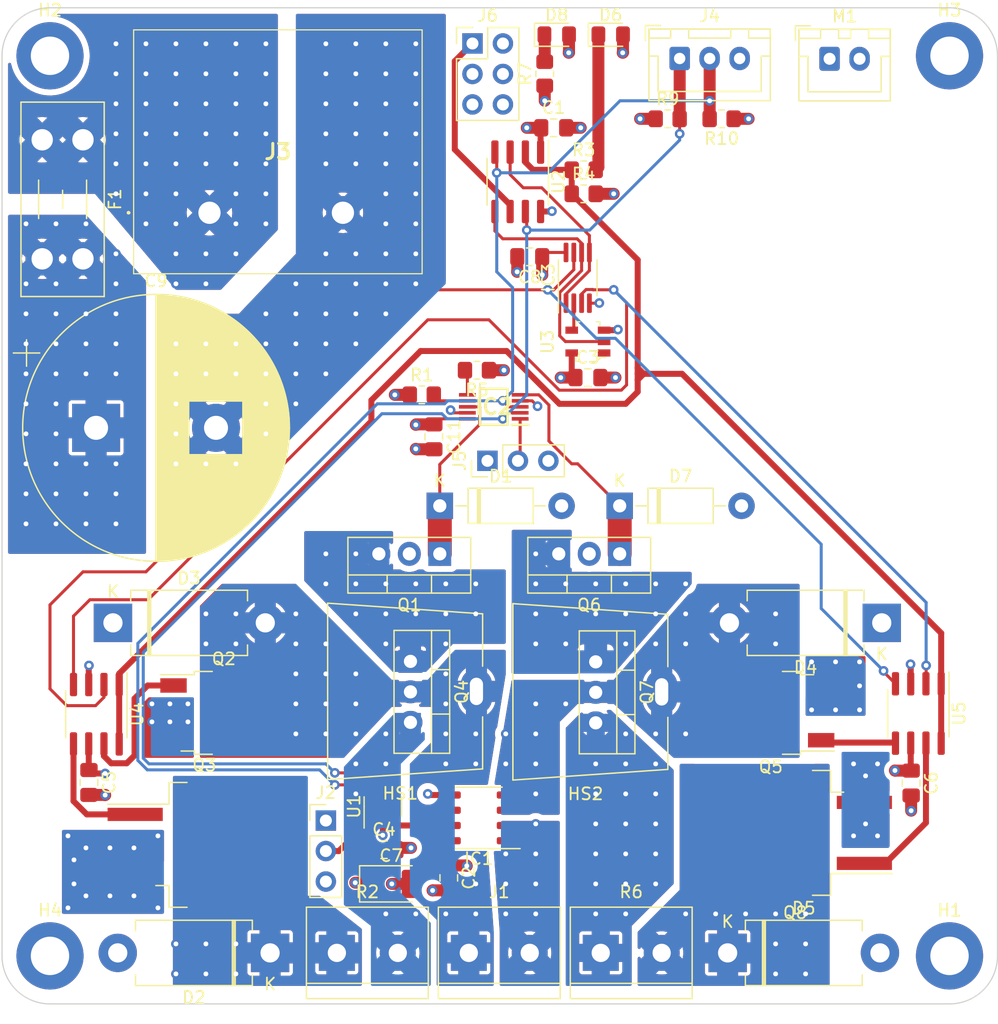
<source format=kicad_pcb>
(kicad_pcb (version 20211014) (generator pcbnew)
  (layers (0 "F.Cu" signal) (1 "In1.Cu" signal) (2 "In2.Cu" signal) (3 "In3.Cu" signal) (4 "In4.Cu" signal) (31 "B.Cu" signal) (34 "B.Paste" user) (35 "F.Paste" user) (36 "B.SilkS" user "B.Silkscreen") (37 "F.SilkS" user "F.Silkscreen") (38 "B.Mask" user) (39 "F.Mask" user) (44 "Edge.Cuts" user))
  (net 0 "")
  (net 1 "+5V")
  (net 2 "GND")
  (net 3 "RHEO1_OUT")
  (net 4 "Net-(D2-Pad1)")
  (net 5 "Net-(D3-Pad2)")
  (net 6 "Net-(D4-Pad2)")
  (net 7 "Net-(D5-Pad1)")
  (net 8 "Net-(D6-Pad1)")
  (net 9 "RHEO2_OUT")
  (net 10 "Net-(F1-Pad1)")
  (net 15 "Net-(IC1-Pad1)")
  (net 17 "Net-(IC1-Pad7)")
  (net 18 "Net-(IC2-Pad1)")
  (net 19 "SCL")
  (net 20 "SDA")
  (net 21 "RHEO2_IN")
  (net 22 "RHEO1_IN")
  (net 23 "PWM1")
  (net 24 "Net-(IC3-Pad2)")
  (net 25 "DIR2")
  (net 26 "PWM2")
  (net 27 "DIR1")
  (net 28 "Net-(J2-Pad2)")
  (net 29 "UPDI")
  (net 33 "Net-(Q1-Pad3)")
  (net 34 "FET1")
  (net 35 "FET3")
  (net 36 "Net-(Q4-Pad3)")
  (net 37 "FET2")
  (net 38 "Net-(Q6-Pad3)")
  (net 39 "Net-(Q7-Pad3)")
  (net 40 "FET4")
  (net 41 "ENABLE")
  (net 43 "Net-(D8-Pad1)")
  (footprint "Diode_THT:D_DO-201AD_P12.70mm_Horizontal" (layer "F.Cu") (at 85.35 125.75 180)
    (fp_text reference "D2")
    (fp_text value "SB2060")
  )
  (footprint "8PCV-02-006:8PCV02006" (layer "F.Cu") (at 80.298 64.08 180)
    (fp_text reference "J3")
    (fp_text value "Conn_01x02" hide)
  )
  (footprint "Package_TO_SOT_THT:TO-220-3_Vertical" (layer "F.Cu") (at 99.5 92.5 180)
    (fp_text reference "Q1")
    (fp_text value "TIP122")
  )
  (footprint "MountingHole:MountingHole_3.2mm_M3_DIN965_Pad" (layer "F.Cu") (at 142 126)
    (fp_text reference "H1")
    (fp_text value "MH")
  )
  (footprint "Capacitor_SMD:C_0805_2012Metric_Pad1.18x1.45mm_HandSolder" (layer "F.Cu") (at 94.85 117.15)
    (fp_text reference "C4")
    (fp_text value "0.1 uF")
  )
  (footprint "MountingHole:MountingHole_3.2mm_M3_DIN965_Pad" (layer "F.Cu") (at 142 51)
    (fp_text reference "H3")
    (fp_text value "MH")
  )
  (footprint "Capacitor_SMD:C_0805_2012Metric_Pad1.18x1.45mm_HandSolder" (layer "F.Cu") (at 99 82.75 -90)
    (fp_text reference "C11")
    (fp_text value "0.1 uF")
  )
  (footprint "Diode_THT:D_DO-201AD_P12.70mm_Horizontal" (layer "F.Cu") (at 72.25 98.25)
    (fp_text reference "D3")
    (fp_text value "SB2060")
  )
  (footprint "Package_TO_SOT_SMD:TO-252-2" (layer "F.Cu") (at 81.5 105.75)
    (fp_text reference "Q2")
    (fp_text value "IPD042P03L3GATMA1")
  )
  (footprint "Diode_THT:D_DO-201AD_P12.70mm_Horizontal" (layer "F.Cu") (at 136.35 98.25 180)
    (fp_text reference "D4")
    (fp_text value "SB2060")
  )
  (footprint "Package_SO:SOIC-8_3.9x4.9mm_P1.27mm" (layer "F.Cu") (at 70.865 105.865 -90)
    (fp_text reference "U4")
    (fp_text value "FAN3268TMX")
  )
  (footprint "digikey-footprints:SOT-753" (layer "F.Cu") (at 111.85 74.8125 90)
    (fp_text reference "U3")
    (fp_text value "SN74LVC1G04DBVR")
  )
  (footprint "Package_SO:SOIC-8_3.9x4.9mm_P1.27mm" (layer "F.Cu") (at 102.75 114.5 180)
    (fp_text reference "IC1")
    (fp_text value "TMCS1107A1BQDRQ1")
  )
  (footprint "MCP4642-502E_UN:SOP50P490X110-10N" (layer "F.Cu") (at 104 80.25 180)
    (fp_text reference "IC2")
    (fp_text value "MCP4642-502E_UN" hide)
  )
  (footprint "Connector_PinHeader_2.54mm:PinHeader_1x03_P2.54mm_Vertical" (layer "F.Cu") (at 90 114.725)
    (fp_text reference "J2")
    (fp_text value "Conn_01x03")
  )
  (footprint "Diode_THT:D_DO-41_SOD81_P10.16mm_Horizontal" (layer "F.Cu") (at 114.5 88.5)
    (fp_text reference "D7")
    (fp_text value "1N4732A")
  )
  (footprint "MountingHole:MountingHole_3.2mm_M3_DIN965_Pad" (layer "F.Cu") (at 67 51)
    (fp_text reference "H2")
    (fp_text value "MH")
  )
  (footprint "Capacitor_SMD:C_0805_2012Metric_Pad1.18x1.45mm_HandSolder" (layer "F.Cu") (at 100.25 119.5 -90)
    (fp_text reference "C2")
    (fp_text value "0.1 uF")
  )
  (footprint "Package_SO:SOIC-8_3.9x4.9mm_P1.27mm" (layer "F.Cu") (at 106 61.5 -90)
    (fp_text reference "U2")
    (fp_text value "ATtiny412-SS")
  )
  (footprint "LED_SMD:LED_0805_2012Metric_Pad1.15x1.40mm_HandSolder" (layer "F.Cu") (at 113.75 49.25)
    (fp_text reference "D6")
    (fp_text value "LED")
  )
  (footprint "Capacitor_SMD:C_0805_2012Metric_Pad1.18x1.45mm_HandSolder" (layer "F.Cu") (at 107 67.75 180)
    (fp_text reference "C8")
    (fp_text value "0.1 uF")
  )
  (footprint "Package_SO:SOIC-8_3.9x4.9mm_P1.27mm" (layer "F.Cu") (at 139.4 105.8 -90)
    (fp_text reference "U5")
    (fp_text value "FAN3268TMX")
  )
  (footprint "Fuse:Fuseholder_Blade_Mini_Keystone_3568" (layer "F.Cu") (at 69.75 58 -90)
    (fp_text reference "F1")
    (fp_text value "20A")
  )
  (footprint "Package_TO_SOT_THT:TO-220-3_Vertical" (layer "F.Cu") (at 112.500002 101.5 -90)
    (fp_text reference "Q7")
    (fp_text value "D44VH")
  )
  (footprint "Capacitor_SMD:C_0805_2012Metric_Pad1.18x1.45mm_HandSolder" (layer "F.Cu") (at 70.25 111.55 -90)
    (fp_text reference "C5")
    (fp_text value "0.1 uF")
  )
  (footprint "Package_TO_SOT_SMD:SOT-23-6" (layer "F.Cu") (at 94.75 113.55 90)
    (fp_text reference "U1")
    (fp_text value "ADC101C021CIMK")
  )
  (footprint "Resistor_SMD:R_0805_2012Metric_Pad1.20x1.40mm_HandSolder" (layer "F.Cu") (at 111.5 60.5)
    (fp_text reference "R3")
    (fp_text value "1K Ohm")
  )
  (footprint "Resistor_SMD:R_0805_2012Metric_Pad1.20x1.40mm_HandSolder" (layer "F.Cu") (at 118.5 56.25)
    (fp_text reference "R9")
    (fp_text value "4.7K")
  )
  (footprint "Capacitor_SMD:C_0805_2012Metric_Pad1.18x1.45mm_HandSolder" (layer "F.Cu") (at 111.85 77.8125)
    (fp_text reference "C3")
    (fp_text value "0.1 uF")
  )
  (footprint "Resistor_SMD:R_0805_2012Metric_Pad1.20x1.40mm_HandSolder" (layer "F.Cu") (at 111.5 62.5)
    (fp_text reference "R4")
    (fp_text value "10K")
  )
  (footprint "Resistor_SMD:R_0805_2012Metric_Pad1.20x1.40mm_HandSolder" (layer "F.Cu") (at 98 79.25)
    (fp_text reference "R1")
    (fp_text value "1K Ohm")
  )
  (footprint "Package_TO_SOT_SMD:TO-252-2" (layer "F.Cu") (at 127.1 105.75 180)
    (fp_text reference "Q5")
    (fp_text value "IPD042P03L3GATMA1")
  )
  (footprint "Resistor_SMD:R_0805_2012Metric_Pad1.20x1.40mm_HandSolder" (layer "F.Cu") (at 123 56.25 180)
    (fp_text reference "R10")
    (fp_text value "4.7K")
  )
  (footprint "TerminalBlock:TerminalBlock_bornier-2_P5.08mm" (layer "F.Cu") (at 101.92 125.75)
    (fp_text reference "J1")
    (fp_text value "COIL")
  )
  (footprint "Connector_JST:JST_XH_B3B-XH-A_1x03_P2.50mm_Vertical" (layer "F.Cu") (at 119.5 51.225)
    (fp_text reference "J4")
    (fp_text value "Conn_01x03")
  )
  (footprint "Package_TO_SOT_THT:TO-220-3_Vertical" (layer "F.Cu") (at 97.055 101.46 -90)
    (fp_text reference "Q4")
    (fp_text value "D44VH")
  )
  (footprint "MountingHole:MountingHole_3.2mm_M3_DIN965_Pad" (layer "F.Cu") (at 67 126)
    (fp_text reference "H4")
    (fp_text value "MH")
  )
  (footprint "Package_TO_SOT_SMD:TO-263-2" (layer "F.Cu") (at 129.125 115.75 180)
    (fp_text reference "Q8")
    (fp_text value "IRL1404ZSTRLPBF")
  )
  (footprint "Capacitor_Tantalum_SMD:CP_EIA-3528-21_Kemet-B_Pad1.50x2.35mm_HandSolder" (layer "F.Cu") (at 95.45 120)
    (fp_text reference "C7")
    (fp_text value "4.7 uF")
  )
  (footprint "Connector_JST:JST_XH_B2B-XH-A_1x02_P2.50mm_Vertical" (layer "F.Cu") (at 132 51.25)
    (fp_text reference "M1")
    (fp_text value "Fan")
  )
  (footprint "Connector_PinHeader_2.54mm:PinHeader_1x03_P2.54mm_Vertical" (layer "F.Cu") (at 103.475 84.75 90)
    (fp_text reference "J5")
    (fp_text value "Conn_01x03")
  )
  (footprint "Diode_THT:D_DO-201AD_P12.70mm_Horizontal" (layer "F.Cu") (at 123.5 125.75)
    (fp_text reference "D5")
    (fp_text value "SB2060")
  )
  (footprint "Package_TO_SOT_THT:TO-220-3_Vertical" (layer "F.Cu") (at 114.5 92.5 180)
    (fp_text reference "Q6")
    (fp_text value "TIP122")
  )
  (footprint "Resistor_SMD:R_0805_2012Metric_Pad1.20x1.40mm_HandSolder" (layer "F.Cu") (at 108.25 52.5 90)
    (fp_text reference "R7")
    (fp_text value "1K Ohm")
  )
  (footprint "Heatsink:Heatsink_AAVID_576802B03900G" (layer "F.Cu") (at 118 104 180)
    (fp_text reference "HS2")
    (fp_text value "Heatsink")
  )
  (footprint "Diode_THT:D_DO-41_SOD81_P10.16mm_Horizontal" (layer "F.Cu") (at 99.5 88.5)
    (fp_text reference "D1")
    (fp_text value "1N4732A")
  )
  (footprint "Capacitor_SMD:C_0805_2012Metric_Pad1.18x1.45mm_HandSolder" (layer "F.Cu") (at 109 57)
    (fp_text reference "C1")
    (fp_text value "0.1 uF")
  )
  (footprint "Resistor_SMD:R_0805_2012Metric_Pad1.20x1.40mm_HandSolder" (layer "F.Cu") (at 102.6 77.2 180)
    (fp_text reference "R5")
    (fp_text value "1K Ohm")
  )
  (footprint "Package_TO_SOT_SMD:TO-263-2" (layer "F.Cu") (at 79.875 116.75)
    (fp_text reference "Q3")
    (fp_text value "IRL1404ZSTRLPBF")
  )
  (footprint "Package_SO:MSOP-8_3x3mm_P0.65mm" (layer "F.Cu") (at 111 69.5 90)
    (fp_text reference "IC3")
    (fp_text value "SN74LVC2G08IDCTRQ1")
  )
  (footprint "TerminalBlock:TerminalBlock_bornier-2_P5.08mm" (layer "F.Cu") (at 90.92 125.75)
    (fp_text reference "R2")
    (fp_text value "220 mOhm")
  )
  (footprint "Capacitor_THT:CP_Radial_D22.0mm_P10.00mm_SnapIn" (layer "F.Cu") (at 70.842169 82)
    (fp_text reference "C9")
    (fp_text value "10000 uF")
  )
  (footprint "TerminalBlock:TerminalBlock_bornier-2_P5.08mm" (layer "F.Cu") (at 112.92 125.75)
    (fp_text reference "R6")
    (fp_text value "220 mOhm")
  )
  (footprint "LED_SMD:LED_0805_2012Metric_Pad1.15x1.40mm_HandSolder" (layer "F.Cu") (at 109.25 49.25)
    (fp_text reference "D8")
    (fp_text value "LED")
  )
  (footprint "Heatsink:Heatsink_AAVID_576802B03900G" (layer "F.Cu") (at 102.554999 103.96 180)
    (fp_text reference "HS1")
    (fp_text value "Heatsink")
  )
  (footprint "Capacitor_SMD:C_0805_2012Metric_Pad1.18x1.45mm_HandSolder" (layer "F.Cu") (at 138.8 111.6 -90)
    (fp_text reference "C6")
    (fp_text value "0.1 uF")
  )
  (footprint "Connector_PinHeader_2.54mm:PinHeader_2x03_P2.54mm_Vertical" (layer "F.Cu") (at 102.225 49.975)
    (fp_text reference "J6")
    (fp_text value "Conn_02x03_Odd_Even")
  )
  (gr_arc (start 146 126) (mid 144.828427 128.828427) (end 142 130) (layer "Edge.Cuts") (width 0.1))
  (gr_arc (start 142 47) (mid 144.828427 48.171573) (end 146 51) (layer "Edge.Cuts") (width 0.1))
  (gr_arc (start 63 51) (mid 64.171573 48.171573) (end 67 47) (layer "Edge.Cuts") (width 0.1))
  (gr_arc (start 67 130) (mid 64.171573 128.828427) (end 63 126) (layer "Edge.Cuts") (width 0.1))
  (gr_line (start 67 47) (end 142 47) (layer "Edge.Cuts") (width 0.1))
  (gr_line (start 142 130) (end 67 130) (layer "Edge.Cuts") (width 0.1))
  (gr_line (start 63 126) (end 63 51) (layer "Edge.Cuts") (width 0.1))
  (gr_line (start 146 51) (end 146 126) (layer "Edge.Cuts") (width 0.1))
  (segment (start 93.725 119.9) (end 92.45 119.9) (width 1) (layer "F.Cu") (net 1))
  (segment (start 70.23 110.4925) (end 70.25 110.5125) (width 0.5) (layer "F.Cu") (net 1))
  (segment (start 93.8125 119.9875) (end 93.825 120) (width 1) (layer "F.Cu") (net 1))
  (segment (start 138.8 110.5625) (end 137.4625 110.5625) (width 1) (layer "F.Cu") (net 1))
  (segment (start 107.905 59.025) (end 107.905 57.0575) (width 0.5) (layer "F.Cu") (net 1))
  (segment (start 70.23 108.34) (end 70.23 110.4925) (width 0.5) (layer "F.Cu") (net 1))
  (segment (start 93.8 117.1375) (end 93.8125 117.15) (width 0.5) (layer "F.Cu") (net 1))
  (segment (start 110.5 77.5) (end 110.8125 77.8125) (width 0.5) (layer "F.Cu") (net 1))
  (segment (start 117.5 56.25) (end 116.2 56.25) (width 1) (layer "F.Cu") (net 1))
  (segment (start 95.75 79.25) (end 97 79.25) (width 1) (layer "F.Cu") (net 1))
  (segment (start 110.8125 77.8125) (end 109.5875 77.8125) (width 1) (layer "F.Cu") (net 1))
  (segment (start 101.7125 118.4625) (end 101.75 118.5) (width 1) (layer "F.Cu") (net 1))
  (segment (start 108.0375 69.2375) (end 108.0375 67.75) (width 1) (layer "F.Cu") (net 1))
  (segment (start 70.5375 110.8) (end 70.25 110.5125) (width 0.5) (layer "F.Cu") (net 1))
  (segment (start 103.6 77.2) (end 104.85 77.2) (width 1) (layer "F.Cu") (net 1))
  (segment (start 93.825 120) (end 93.725 119.9) (width 1) (layer "F.Cu") (net 1))
  (segment (start 124 56.25) (end 125.25 56.25) (width 1) (layer "F.Cu") (net 1))
  (segment (start 107.905 57.0575) (end 107.9625 57) (width 0.5) (layer "F.Cu") (net 1))
  (segment (start 110.025 67.3875) (end 108.4 67.3875) (width 0.25) (layer "F.Cu") (net 1))
  (segment (start 108.25 53.5) (end 108.25 54.75) (width 1) (layer "F.Cu") (net 1))
  (segment (start 108.05 69.25) (end 108.0375 69.2375) (width 1) (layer "F.Cu") (net 1))
  (segment (start 100.275 116.405) (end 100.275 118.4375) (width 0.5) (layer "F.Cu") (net 1))
  (segment (start 100.25 118.4625) (end 101.7125 118.4625) (width 1) (layer "F.Cu") (net 1))
  (segment (start 97.5375 81.7125) (end 97.5 81.75) (width 1) (layer "F.Cu") (net 1))
  (segment (start 99 81.7125) (end 97.5375 81.7125) (width 1) (layer "F.Cu") (net 1))
  (segment (start 101.8 81.25) (end 99.4625 81.25) (width 0.25) (layer "F.Cu") (net 1))
  (segment (start 71.6 110.8) (end 70.5375 110.8) (width 0.5) (layer "F.Cu") (net 1))
  (segment (start 109.5875 77.8125) (end 109.583363 77.816637) (width 1) (layer "F.Cu") (net 1))
  (segment (start 93.8125 117.15) (end 93.8125 119.9875) (width 1) (layer "F.Cu") (net 1))
  (segment (start 138.765 108.275) (end 138.765 110.5275) (width 0.5) (layer "F.Cu") (net 1))
  (segment (start 108.4 67.3875) (end 108.0375 67.75) (width 0.25) (layer "F.Cu") (net 1))
  (segment (start 93.8 114.6875) (end 93.8 117.1375) (width 0.5) (layer "F.Cu") (net 1))
  (segment (start 100.275 118.4375) (end 100.25 118.4625) (width 0.5) (layer "F.Cu") (net 1))
  (segment (start 110.5 75.7625) (end 110.5 77.5) (width 0.5) (layer "F.Cu") (net 1))
  (segment (start 138.765 110.5275) (end 138.8 110.5625) (width 0.5) (layer "F.Cu") (net 1))
  (segment (start 137.4625 110.5625) (end 137.45 110.55) (width 1) (layer "F.Cu") (net 1))
  (segment (start 107.9625 57) (end 106.75 57) (width 1) (layer "F.Cu") (net 1))
  (segment (start 99.4625 81.25) (end 99 81.7125) (width 0.25) (layer "F.Cu") (net 1))
  (via (at 106.75 57) (size 0.8) (drill 0.4) (layers "F.Cu" "B.Cu") (net 1))
  (via (at 67.5 75) (size 0.8) (drill 0.4) (layers "F.Cu" "B.Cu") (net 1))
  (via (at 95.75 79.25) (size 0.8) (drill 0.4) (layers "F.Cu" "B.Cu") (net 1))
  (via (at 134.5 103.5) (size 0.8) (drill 0.4) (layers "F.Cu" "B.Cu") (net 1))
  (via (at 65 65) (size 0.8) (drill 0.4) (layers "F.Cu" "B.Cu") (net 1))
  (via (at 72.5 85) (size 0.8) (drill 0.4) (layers "F.Cu" "B.Cu") (net 1))
  (via (at 132.5 101.5) (size 0.8) (drill 0.4) (layers "F.Cu" "B.Cu") (net 1))
  (via (at 67.5 87.5) (size 0.8) (drill 0.4) (layers "F.Cu" "B.Cu") (net 1))
  (via (at 75.5 106.5) (size 0.8) (drill 0.4) (layers "F.Cu" "B.Cu") (net 1))
  (via (at 137.45 110.55) (size 0.8) (drill 0.4) (layers "F.Cu" "B.Cu") (net 1))
  (via (at 75.5 105) (size 0.8) (drill 0.4) (layers "F.Cu" "B.Cu") (net 1))
  (via (at 70 77.5) (size 0.8) (drill 0.4) (layers "F.Cu" "B.Cu") (net 1))
  (via (at 130.5 101.5) (size 0.8) (drill 0.4) (layers "F.Cu" "B.Cu") (net 1))
  (via (at 65 85) (size 0.8) (drill 0.4) (layers "F.Cu" "B.Cu") (net 1))
  (via (at 108.25 54.75) (size 0.8) (drill 0.4) (layers "F.Cu" "B.Cu") (net 1))
  (via (at 65 77.5) (size 0.8) (drill 0.4) (layers "F.Cu" "B.Cu") (net 1))
  (via (at 77 105) (size 0.8) (drill 0.4) (layers "F.Cu" "B.Cu") (net 1))
  (via (at 65 80) (size 0.8) (drill 0.4) (layers "F.Cu" "B.Cu") (net 1))
  (via (at 130.5 105.5) (size 0.8) (drill 0.4) (layers "F.Cu" "B.Cu") (net 1))
  (via (at 70 72.5) (size 0.8) (drill 0.4) (layers "F.Cu" "B.Cu") (net 1))
  (via (at 70 65) (size 0.8) (drill 0.4) (layers "F.Cu" "B.Cu") (net 1))
  (via (at 67.5 90) (size 0.8) (drill 0.4) (layers "F.Cu" "B.Cu") (net 1))
  (via (at 125.25 56.25) (size 0.8) (drill 0.4) (layers "F.Cu" "B.Cu") (net 1))
  (via (at 70 90) (size 0.8) (drill 0.4) (layers "F.Cu" "B.Cu") (net 1))
  (via (at 72.5 70) (size 0.8) (drill 0.4) (layers "F.Cu" "B.Cu") (net 1))
  (via (at 72.5 72.5) (size 0.8) (drill 0.4) (layers "F.Cu" "B.Cu") (net 1))
  (via (at 72.5 67.5) (size 0.8) (drill 0.4) (layers "F.Cu" "B.Cu") (net 1))
  (via (at 65 75) (size 0.8) (drill 0.4) (layers "F.Cu" "B.Cu") (net 1))
  (via (at 65 70) (size 0.8) (drill 0.4) (layers "F.Cu" "B.Cu") (net 1))
  (via (at 67.5 70) (size 0.8) (drill 0.4) (layers "F.Cu" "B.Cu") (net 1))
  (via (at 72.5 90) (size 0.8) (drill 0.4) (layers "F.Cu" "B.Cu") (net 1))
  (via (at 71.6 110.8) (size 0.8) (drill 0.4) (layers "F.Cu" "B.Cu") (net 1))
  (via (at 92.45 119.9) (size 0.8) (drill 0.4) (layers "F.Cu" "B.Cu") (net 1))
  (via (at 67.5 85) (size 0.8) (drill 0.4) (layers "F.Cu" "B.Cu") (net 1))
  (via (at 78.5 105) (size 0.8) (drill 0.4) (layers "F.Cu" "B.Cu") (net 1))
  (via (at 104.85 77.2) (size 0.8) (drill 0.4) (layers "F.Cu" "B.Cu") (net 1))
  (via (at 109.583363 77.816637) (size 0.8) (drill 0.4) (layers "F.Cu" "B.Cu") (net 1))
  (via (at 116.2 56.25) (size 0.8) (drill 0.4) (layers "F.Cu" "B.Cu") (net 1))
  (via (at 97.5 81.75) (size 0.8) (drill 0.4) (layers "F.Cu" "B.Cu") (net 1))
  (via (at 65 82.5) (size 0.8) (drill 0.4) (layers "F.Cu" "B.Cu") (net 1))
  (via (at 65 87.5) (size 0.8) (drill 0.4) (layers "F.Cu" "B.Cu") (net 1))
  (via (at 132.5 105.5) (size 0.8) (drill 0.4) (layers "F.Cu" "B.Cu") (net 1))
  (via (at 70 87.5) (size 0.8) (drill 0.4) (layers "F.Cu" "B.Cu") (net 1))
  (via (at 72.5 75) (size 0.8) (drill 0.4) (layers "F.Cu" "B.Cu") (net 1))
  (via (at 65 90) (size 0.8) (drill 0.4) (layers "F.Cu" "B.Cu") (net 1))
  (via (at 67.5 72.5) (size 0.8) (drill 0.4) (layers "F.Cu" "B.Cu") (net 1))
  (via (at 67.5 80) (size 0.8) (drill 0.4) (layers "F.Cu" "B.Cu") (net 1))
  (via (at 67.5 65) (size 0.8) (drill 0.4) (layers "F.Cu" "B.Cu") (net 1))
  (via (at 108.05 69.25) (size 0.8) (drill 0.4) (layers "F.Cu" "B.Cu") (net 1))
  (via (at 70 85) (size 0.8) (drill 0.4) (layers "F.Cu" "B.Cu") (net 1))
  (via (at 101.75 118.5) (size 0.8) (drill 0.4) (layers "F.Cu" "B.Cu") (net 1))
  (via (at 65 72.5) (size 0.8) (drill 0.4) (layers "F.Cu" "B.Cu") (net 1))
  (via (at 72.5 87.5) (size 0.8) (drill 0.4) (layers "F.Cu" "B.Cu") (net 1))
  (via (at 77 106.5) (size 0.8) (drill 0.4) (layers "F.Cu" "B.Cu") (net 1))
  (via (at 67.5 77.5) (size 0.8) (drill 0.4) (layers "F.Cu" "B.Cu") (net 1))
  (via (at 78.5 106.5) (size 0.8) (drill 0.4) (layers "F.Cu" "B.Cu") (net 1))
  (via (at 134.5 101.5) (size 0.8) (drill 0.4) (layers "F.Cu" "B.Cu") (net 1))
  (via (at 70 75) (size 0.8) (drill 0.4) (layers "F.Cu" "B.Cu") (net 1))
  (via (at 72.5 77.5) (size 0.8) (drill 0.4) (layers "F.Cu" "B.Cu") (net 1))
  (via (at 67.5 82.5) (size 0.8) (drill 0.4) (layers "F.Cu" "B.Cu") (net 1))
  (via (at 134.5 105.5) (size 0.8) (drill 0.4) (layers "F.Cu" "B.Cu") (net 1))
  (segment (start 106.2 79.75) (end 107.2 79.75) (width 0.25) (layer "F.Cu") (net 2))
  (segment (start 98.9125 120.5375) (end 100.25 120.5375) (width 1) (layer "F.Cu") (net 2))
  (segment (start 114.3 73.8625) (end 113.2 73.8625) (width 0.5) (layer "F.Cu") (net 2))
  (segment (start 70.23 103.39) (end 70.23 101.82) (width 0.5) (layer "F.Cu") (net 2))
  (segment (start 101.8 80.75) (end 100.6245 80.75) (width 0.25) (layer "F.Cu") (net 2))
  (segment (start 95.8875 117.15) (end 96.0375 117) (width 1) (layer "F.Cu") (net 2))
  (segment (start 105.9625 68.9875) (end 105.9625 67.75) (width 1) (layer "F.Cu") (net 2))
  (segment (start 114.775 50.725) (end 114.75 50.75) (width 1) (layer "F.Cu") (net 2))
  (segment (start 114 62.5) (end 112.5 62.5) (width 1) (layer "F.Cu") (net 2))
  (segment (start 114.775 49.25) (end 114.775 50.725) (width 1) (layer "F.Cu") (net 2))
  (segment (start 107.2 79.75) (end 107.65 80.2) (width 0.25) (layer "F.Cu") (net 2))
  (segment (start 94.75 114.6875) (end 94.75 115.95) (width 0.5) (layer "F.Cu") (net 2))
  (segment (start 70.23 101.82) (end 70.25 101.8) (width 0.5) (layer "F.Cu") (net 2))
  (segment (start 111.975 71.6125) (end 112.7875 71.6125) (width 0.25) (layer "F.Cu") (net 2))
  (segment (start 95.5 120) (end 97.075 120) (width 1) (layer "F.Cu") (net 2))
  (segment (start 70.25 112.5875) (end 71.5875 112.5875) (width 1) (layer "F.Cu") (net 2))
  (segment (start 138.765 101.715) (end 138.75 101.7) (width 0.5) (layer "F.Cu") (net 2))
  (segment (start 100.275 112.595) (end 98.595 112.595) (width 0.5) (layer "F.Cu") (net 2))
  (segment (start 98.595 112.595) (end 98.5 112.5) (width 0.5) (layer "F.Cu") (net 2))
  (segment (start 112.7875 71.6125) (end 112.8 71.6) (width 0.25) (layer "F.Cu") (net 2))
  (segment (start 98.9 120.55) (end 98.9125 120.5375) (width 1) (layer "F.Cu") (net 2))
  (segment (start 100.6245 80.75) (end 100.4 80.5255) (width 0.25) (layer "F.Cu") (net 2))
  (segment (start 111.25 57) (end 110.0375 57) (width 1) (layer "F.Cu") (net 2))
  (segment (start 108.825 63.975) (end 108.85 63.95) (width 0.5) (layer "F.Cu") (net 2))
  (segment (start 96.0375 117) (end 97.1 117) (width 1) (layer "F.Cu") (net 2))
  (segment (start 138.765 103.325) (end 138.765 101.715) (width 0.5) (layer "F.Cu") (net 2))
  (segment (start 114.35 73.8125) (end 114.3 73.8625) (width 0.5) (layer "F.Cu") (net 2))
  (segment (start 105.95 69) (end 105.9625 68.9875) (width 1) (layer "F.Cu") (net 2))
  (segment (start 110.275 50.725) (end 110.25 50.75) (width 1) (layer "F.Cu") (net 2))
  (segment (start 114.15 77.8125) (end 112.8875 77.812499) (width 1) (layer "F.Cu") (net 2))
  (segment (start 97.5375 83.7875) (end 97.5 83.75) (width 1) (layer "F.Cu") (net 2))
  (segment (start 99 83.7875) (end 97.5375 83.7875) (width 1) (layer "F.Cu") (net 2))
  (segment (start 110.275 49.25) (end 110.275 50.725) (width 1) (layer "F.Cu") (net 2))
  (segment (start 71.5875 112.5875) (end 71.6 112.6) (width 1) (layer "F.Cu") (net 2))
  (segment (start 138.8 112.6375) (end 138.8 113.9) (width 1) (layer "F.Cu") (net 2))
  (segment (start 107.905 63.975) (end 108.825 63.975) (width 0.5) (layer "F.Cu") (net 2))
  (via (at 114.15 77.8125) (size 0.8) (drill 0.4) (layers "F.Cu" "B.Cu") (net 2))
  (via (at 82.5 85) (size 0.8) (drill 0.4) (layers "F.Cu" "B.Cu") (net 2))
  (via (at 90 72.5) (size 0.8) (drill 0.4) (layers "F.Cu" "B.Cu") (net 2))
  (via (at 97.5 55) (size 0.8) (drill 0.4) (layers "F.Cu" "B.Cu") (net 2))
  (via (at 87.5 80) (size 0.8) (drill 0.4) (layers "F.Cu" "B.Cu") (net 2))
  (via (at 90 70) (size 0.8) (drill 0.4) (layers "F.Cu" "B.Cu") (net 2))
  (via (at 92.5 57.5) (size 0.8) (drill 0.4) (layers "F.Cu" "B.Cu") (net 2))
  (via (at 107.65 80.2) (size 0.8) (drill 0.4) (layers "F.Cu" "B.Cu") (net 2))
  (via (at 136 116) (size 0.8) (drill 0.4) (layers "F.Cu" "B.Cu") (net 2))
  (via (at 77.5 77.5) (size 0.8) (drill 0.4) (layers "F.Cu" "B.Cu") (net 2))
  (via (at 77.5 75) (size 0.8) (drill 0.4) (layers "F.Cu" "B.Cu") (net 2))
  (via (at 92.5 60) (size 0.8) (drill 0.4) (layers "F.Cu" "B.Cu") (net 2))
  (via (at 95 62.5) (size 0.8) (drill 0.4) (layers "F.Cu" "B.Cu") (net 2))
  (via (at 71.6 112.6) (size 0.8) (drill 0.4) (layers "F.Cu" "B.Cu") (net 2))
  (via (at 92.5 50) (size 0.8) (drill 0.4) (layers "F.Cu" "B.Cu") (net 2))
  (via (at 135 111) (size 0.8) (drill 0.4) (layers "F.Cu" "B.Cu") (net 2))
  (via (at 87.5 77.5) (size 0.8) (drill 0.4) (layers "F.Cu" "B.Cu") (net 2))
  (via (at 138.8 113.9) (size 0.8) (drill 0.4) (layers "F.Cu" "B.Cu") (net 2))
  (via (at 82.5 75) (size 0.8) (drill 0.4) (layers "F.Cu" "B.Cu") (net 2))
  (via (at 90 55) (size 0.8) (drill 0.4) (layers "F.Cu" "B.Cu") (net 2))
  (via (at 70.25 101.8) (size 0.8) (drill 0.4) (layers "F.Cu" "B.Cu") (net 2))
  (via (at 94.75 115.95) (size 0.8) (drill 0.4) (layers "F.Cu" "B.Cu") (net 2))
  (via (at 70 121) (size 0.8) (drill 0.4) (layers "F.Cu" "B.Cu") (net 2))
  (via (at 135 115) (size 0.8) (drill 0.4) (layers "F.Cu" "B.Cu") (net 2))
  (via (at 134 116) (size 0.8) (drill 0.4) (layers "F.Cu" "B.Cu") (net 2))
  (via (at 72 117) (size 0.8) (drill 0.4) (layers "F.Cu" "B.Cu") (net 2))
  (via (at 90 60) (size 0.8) (drill 0.4) (layers "F.Cu" "B.Cu") (net 2))
  (via (at 95 60) (size 0.8) (drill 0.4) (layers "F.Cu" "B.Cu") (net 2))
  (via (at 97.5 65) (size 0.8) (drill 0.4) (layers "F.Cu" "B.Cu") (net 2))
  (via (at 80 77.5) (size 0.8) (drill 0.4) (layers "F.Cu" "B.Cu") (net 2))
  (via (at 95.5 120) (size 0.8) (drill 0.4) (layers "F.Cu" "B.Cu") (net 2))
  (via (at 72 121) (size 0.8) (drill 0.4) (layers "F.Cu" "B.Cu") (net 2))
  (via (at 80 75) (size 0.8) (drill 0.4) (layers "F.Cu" "B.Cu") (net 2))
  (via (at 114.35 73.8125) (size 0.8) (drill 0.4) (layers "F.Cu" "B.Cu") (net 2))
  (via (at 74 121) (size 0.8) (drill 0.4) (layers "F.Cu" "B.Cu") (net 2))
  (via (at 95 57.5) (size 0.8) (drill 0.4) (layers "F.Cu" "B.Cu") (net 2))
  (via (at 111.25 57) (size 0.8) (drill 0.4) (layers "F.Cu" "B.Cu") (net 2))
  (via (at 85 80) (size 0.8) (drill 0.4) (layers "F.Cu" "B.Cu") (net 2))
  (via (at 97.5 60) (size 0.8) (drill 0.4) (layers "F.Cu" "B.Cu") (net 2))
  (via (at 92.5 72.5) (size 0.8) (drill 0.4) (layers "F.Cu" "B.Cu") (net 2))
  (via (at 82.5 77.5) (size 0.8) (drill 0.4) (layers "F.Cu" "B.Cu") (net 2))
  (via (at 134 110) (size 0.8) (drill 0.4) (layers "F.Cu" "B.Cu") (net 2))
  (via (at 85 75) (size 0.8) (drill 0.4) (layers "F.Cu" "B.Cu") (net 2))
  (via (at 92.5 67.5) (size 0.8) (drill 0.4) (layers "F.Cu" "B.Cu") (net 2))
  (via (at 90 50) (size 0.8) (drill 0.4) (layers "F.Cu" "B.Cu") (net 2))
  (via (at 70 117) (size 0.8) (drill 0.4) (layers "F.Cu" "B.Cu") (net 2))
  (via (at 85 77.5) (size 0.8) (drill 0.4) (layers "F.Cu" "B.Cu") (net 2))
  (via (at 136 110) (size 0.8) (drill 0.4) (layers "F.Cu" "B.Cu") (net 2))
  (via (at 97.5 83.75) (size 0.8) (drill 0.4) (layers "F.Cu" "B.Cu") (net 2))
  (via (at 97.5 67.5) (size 0.8) (drill 0.4) (layers "F.Cu" "B.Cu") (net 2))
  (via (at 74 117) (size 0.8) (drill 0.4) (layers "F.Cu" "B.Cu") (net 2))
  (via (at 98.9 120.55) (size 0.8) (drill 0.4) (layers "F.Cu" "B.Cu") (net 2))
  (via (at 90 77.5) (size 0.8) (drill 0.4) (layers "F.Cu" "B.Cu") (net 2))
  (via (at 114.75 50.75) (size 0.8) (drill 0.4) (layers "F.Cu" "B.Cu") (net 2))
  (via (at 97.5 50) (size 0.8) (drill 0.4) (layers "F.Cu" "B.Cu") (net 2))
  (via (at 76 116) (size 0.8) (drill 0.4) (layers "F.Cu" "B.Cu") (net 2))
  (via (at 95 72.5) (size 0.8) (drill 0.4) (layers "F.Cu" "B.Cu") (net 2))
  (via (at 92.5 70) (size 0.8) (drill 0.4) (layers "F.Cu" "B.Cu") (net 2))
  (via (at 68.5 122) (size 0.8) (drill 0.4) (layers "F.Cu" "B.Cu") (net 2))
  (via (at 97.5 57.5) (size 0.8) (drill 0.4) (layers "F.Cu" "B.Cu") (net 2))
  (via (at 95 67.5) (size 0.8) (drill 0.4) (layers "F.Cu" "B.Cu") (net 2))
  (via (at 68.5 116) (size 0.8) (drill 0.4) (layers "F.Cu" "B.Cu") (net 2))
  (via (at 85 82.5) (size 0.8) (drill 0.4) (layers "F.Cu" "B.Cu") (net 2))
  (via (at 100.4 80.5255) (size 0.8) (drill 0.4) (layers "F.Cu" "B.Cu") (net 2))
  (via (at 69 120) (size 0.8) (drill 0.4) (layers "F.Cu" "B.Cu") (net 2))
  (via (at 95 55) (size 0.8) (drill 0.4) (layers "F.Cu" "B.Cu") (net 2))
  (via (at 97.5 52.5) (size 0.8) (drill 0.4) (layers "F.Cu" "B.Cu") (net 2))
  (via (at 90 75) (size 0.8) (drill 0.4) (layers "F.Cu" "B.Cu") (net 2))
  (via (at 77.5 85) (size 0.8) (drill 0.4) (layers "F.Cu" "B.Cu") (net 2))
  (via (at 138.75 101.7) (size 0.8) (drill 0.4) (layers "F.Cu" "B.Cu") (net 2))
  (via (at 108.85 63.95) (size 0.8) (drill 0.4) (layers "F.Cu" "B.Cu") (net 2))
  (via (at 85 72.5) (size 0.8) (drill 0.4) (layers "F.Cu" "B.Cu") (net 2))
  (via (at 97.5 62.5) (size 0.8) (drill 0.4) (layers "F.Cu" "B.Cu") (net 2))
  (via (at 97.1 117) (size 0.8) (drill 0.4) (layers "F.Cu" "B.Cu") (net 2))
  (via (at 95 65) (size 0.8) (drill 0.4) (layers "F.Cu" "B.Cu") (net 2))
  (via (at 112.8 71.6) (size 0.8) (drill 0.4) (layers "F.Cu" "B.Cu") (net 2))
  (via (at 90 57.5) (size 0.8) (drill 0.4) (layers "F.Cu" "B.Cu") (net 2))
  (via (at 92.5 75) (size 0.8) (drill 0.4) (layers "F.Cu" "B.Cu") (net 2))
  (via (at 105.95 69) (size 0.8) (drill 0.4) (layers "F.Cu" "B.Cu") (net 2))
  (via (at 77.5 80) (size 0.8) (drill 0.4) (layers "F.Cu" "B.Cu") (net 2))
  (via (at 90 52.5) (size 0.8) (drill 0.4) (layers "F.Cu" "B.Cu") (net 2))
  (via (at 110.25 50.75) (size 0.8) (drill 0.4) (layers "F.Cu" "B.Cu") (net 2))
  (via (at 95 52.5) (size 0.8) (drill 0.4) (layers "F.Cu" "B.Cu") (net 2))
  (via (at 87.5 75) (size 0.8) (drill 0.4) (layers "F.Cu" "B.Cu") (net 2))
  (via (at 92.5 52.5) (size 0.8) (drill 0.4) (layers "F.Cu" "B.Cu") (net 2))
  (via (at 77.5 82.5) (size 0.8) (drill 0.4) (layers "F.Cu" "B.Cu") (net 2))
  (via (at 80 85) (size 0.8) (drill 0.4) (layers "F.Cu" "B.Cu") (net 2))
  (via (at 95 70) (size 0.8) (drill 0.4) (layers "F.Cu" "B.Cu") (net 2))
  (via (at 90 67.5) (size 0.8) (drill 0.4) (layers "F.Cu" "B.Cu") (net 2))
  (via (at 98.5 112.5) (size 0.8) (drill 0.4) (layers "F.Cu" "B.Cu") (net 2))
  (via (at 92.5 55) (size 0.8) (drill 0.4) (layers "F.Cu" "B.Cu") (net 2))
  (via (at 114 62.5) (size 0.8) (drill 0.4) (layers "F.Cu" "B.Cu") (net 2))
  (via (at 95 50) (size 0.8) (drill 0.4) (layers "F.Cu" "B.Cu") (net 2))
  (via (at 69 118) (size 0.8) (drill 0.4) (layers "F.Cu" "B.Cu") (net 2))
  (via (at 87.5 72.5) (size 0.8) (drill 0.4) (layers "F.Cu" "B.Cu") (net 2))
  (via (at 87.5 70) (size 0.8) (drill 0.4) (layers "F.Cu" "B.Cu") (net 2))
  (via (at 76 122) (size 0.8) (drill 0.4) (layers "F.Cu" "B.Cu") (net 2))
  (via (at 97.5 70) (size 0.8) (drill 0.4) (layers "F.Cu" "B.Cu") (net 2))
  (segment (start 99.5 85.05) (end 99.5 88.5) (width 0.25) (layer "F.Cu") (net 3))
  (segment (start 102.8 80.25) (end 101.8 80.25) (width 0.25) (layer "F.Cu") (net 3))
  (segment (start 102.825 80.275) (end 102.8 80.25) (width 0.25) (layer "F.Cu") (net 3))
  (segment (start 99.5 92.5) (end 99.5 88.5) (width 2) (layer "F.Cu") (net 3))
  (segment (start 102.825 81.725) (end 99.5 85.05) (width 0.25) (layer "F.Cu") (net 3))
  (segment (start 102.825 81.725) (end 102.825 80.275) (width 0.25) (layer "F.Cu") (net 3))
  (via (at 77.5 125) (size 0.8) (drill 0.4) (layers "F.Cu" "B.Cu") (net 4))
  (via (at 77.5 127.5) (size 0.8) (drill 0.4) (layers "F.Cu" "B.Cu") (net 4))
  (via (at 82.5 127.5) (size 0.8) (drill 0.4) (layers "F.Cu" "B.Cu") (net 4))
  (via (at 80 125) (size 0.8) (drill 0.4) (layers "F.Cu" "B.Cu") (net 4))
  (via (at 82.5 125) (size 0.8) (drill 0.4) (layers "F.Cu" "B.Cu") (net 4))
  (via (at 80 127.5) (size 0.8) (drill 0.4) (layers "F.Cu" "B.Cu") (net 4))
  (via (at 87.5 97.5) (size 0.8) (drill 0.4) (layers "F.Cu" "B.Cu") (net 5))
  (via (at 100 105) (size 0.8) (drill 0.4) (layers "F.Cu" "B.Cu") (net 5))
  (via (at 87.5 102.5) (size 0.8) (drill 0.4) (layers "F.Cu" "B.Cu") (net 5))
  (via (at 90 102.5) (size 0.8) (drill 0.4) (layers "F.Cu" "B.Cu") (net 5))
  (via (at 92.5 105) (size 0.8) (drill 0.4) (layers "F.Cu" "B.Cu") (net 5))
  (via (at 102.5 122.5) (size 0.8) (drill 0.4) (layers "F.Cu" "B.Cu") (net 5))
  (via (at 90 105) (size 0.8) (drill 0.4) (layers "F.Cu" "B.Cu") (net 5))
  (via (at 90 100) (size 0.8) (drill 0.4) (layers "F.Cu" "B.Cu") (net 5))
  (via (at 87.5 107.5) (size 0.8) (drill 0.4) (layers "F.Cu" "B.Cu") (net 5))
  (via (at 80 97.5) (size 0.8) (drill 0.4) (layers "F.Cu" "B.Cu") (net 5))
  (via (at 100 122.5) (size 0.8) (drill 0.4) (layers "F.Cu" "B.Cu") (net 5))
  (via (at 87.5 100) (size 0.8) (drill 0.4) (layers "F.Cu" "B.Cu") (net 5))
  (via (at 80 100) (size 0.8) (drill 0.4) (layers "F.Cu" "B.Cu") (net 5))
  (via (at 87.5 105) (size 0.8) (drill 0.4) (layers "F.Cu" "B.Cu") (net 5))
  (via (at 100 110) (size 0.8) (drill 0.4) (layers "F.Cu" "B.Cu") (net 5))
  (via (at 102.5 110) (size 0.8) (drill 0.4) (layers "F.Cu" "B.Cu") (net 5))
  (via (at 82.5 100) (size 0.8) (drill 0.4) (layers "F.Cu" "B.Cu") (net 5))
  (via (at 102.5 120) (size 0.8) (drill 0.4) (layers "F.Cu" "B.Cu") (net 5))
  (via (at 90 107.5) (size 0.8) (drill 0.4) (layers "F.Cu" "B.Cu") (net 5))
  (via (at 92.5 107.5) (size 0.8) (drill 0.4) (layers "F.Cu" "B.Cu") (net 5))
  (via (at 102.5 107.5) (size 0.8) (drill 0.4) (layers "F.Cu" "B.Cu") (net 5))
  (via (at 100 107.5) (size 0.8) (drill 0.4) (layers "F.Cu" "B.Cu") (net 5))
  (via (at 100 102.5) (size 0.8) (drill 0.4) (layers "F.Cu" "B.Cu") (net 5))
  (via (at 82.5 97.5) (size 0.8) (drill 0.4) (layers "F.Cu" "B.Cu") (net 5))
  (via (at 92.5 102.5) (size 0.8) (drill 0.4) (layers "F.Cu" "B.Cu") (net 5))
  (via (at 107.5 105) (size 0.8) (drill 0.4) (layers "F.Cu" "B.Cu") (net 6))
  (via (at 127.5 100) (size 0.8) (drill 0.4) (layers "F.Cu" "B.Cu") (net 6))
  (via (at 110 105) (size 0.8) (drill 0.4) (layers "F.Cu" "B.Cu") (net 6))
  (via (at 105 110) (size 0.8) (drill 0.4) (layers "F.Cu" "B.Cu") (net 6))
  (via (at 105 107.5) (size 0.8) (drill 0.4) (layers "F.Cu" "B.Cu") (net 6))
  (via (at 120 100) (size 0.8) (drill 0.4) (layers "F.Cu" "B.Cu") (net 6))
  (via (at 107.5 107.5) (size 0.8) (drill 0.4) (layers "F.Cu" "B.Cu") (net 6))
  (via (at 107.5 112.5) (size 0.8) (drill 0.4) (layers "F.Cu" "B.Cu") (net 6))
  (via (at 120 107.5) (size 0.8) (drill 0.4) (layers "F.Cu" "B.Cu") (net 6))
  (via (at 117.5 100) (size 0.8) (drill 0.4) (layers "F.Cu" "B.Cu") (net 6))
  (via (at 120 97.5) (size 0.8) (drill 0.4) (layers "F.Cu" "B.Cu") (net 6))
  (via (at 107.5 110) (size 0.8) (drill 0.4) (layers "F.Cu" "B.Cu") (net 6))
  (via (at 117.5 107.5) (size 0.8) (drill 0.4) (layers "F.Cu" "B.Cu") (net 6))
  (via (at 127.5 97.5) (size 0.8) (drill 0.4) (layers "F.Cu" "B.Cu") (net 6))
  (via (at 130 122.5) (size 0.8) (drill 0.4) (layers "F.Cu" "B.Cu") (net 7))
  (via (at 130 127.5) (size 0.8) (drill 0.4) (layers "F.Cu" "B.Cu") (net 7))
  (via (at 127.5 125) (size 0.8) (drill 0.4) (layers "F.Cu" "B.Cu") (net 7))
  (via (at 127.5 127.5) (size 0.8) (drill 0.4) (layers "F.Cu" "B.Cu") (net 7))
  (via (at 130 125) (size 0.8) (drill 0.4) (layers "F.Cu" "B.Cu") (net 7))
  (via (at 122.5 122.5) (size 0.8) (drill 0.4) (layers "F.Cu" "B.Cu") (net 7))
  (via (at 127.5 122.5) (size 0.8) (drill 0.4) (layers "F.Cu" "B.Cu") (net 7))
  (via (at 120 122.5) (size 0.8) (drill 0.4) (layers "F.Cu" "B.Cu") (net 7))
  (via (at 125 122.5) (size 0.8) (drill 0.4) (layers "F.Cu" "B.Cu") (net 7))
  (segment (start 112.725 49.25) (end 112.725 60.275) (width 1) (layer "F.Cu") (net 8))
  (segment (start 112.725 60.275) (end 112.5 60.5) (width 1) (layer "F.Cu") (net 8))
  (segment (start 111 85) (end 114.5 88.5) (width 0.25) (layer "F.Cu") (net 9))
  (segment (start 108.6 80.1) (end 108.6 83.1) (width 0.25) (layer "F.Cu") (net 9))
  (segment (start 110.5 85) (end 111 85) (width 0.25) (layer "F.Cu") (net 9))
  (segment (start 108.6 83.1) (end 110.5 85) (width 0.25) (layer "F.Cu") (net 9))
  (segment (start 114.5 92.5) (end 114.5 88.5) (width 2) (layer "F.Cu") (net 9))
  (segment (start 107.75 79.25) (end 108.6 80.1) (width 0.25) (layer "F.Cu") (net 9))
  (segment (start 106.2 79.25) (end 107.75 79.25) (width 0.25) (layer "F.Cu") (net 9))
  (via (at 72.5 60) (size 0.8) (drill 0.4) (layers "F.Cu" "B.Cu") (net 10))
  (via (at 77.5 65) (size 0.8) (drill 0.4) (layers "F.Cu" "B.Cu") (net 10))
  (via (at 77.5 50) (size 0.8) (drill 0.4) (layers "F.Cu" "B.Cu") (net 10))
  (via (at 82.5 57.5) (size 0.8) (drill 0.4) (layers "F.Cu" "B.Cu") (net 10))
  (via (at 80 57.5) (size 0.8) (drill 0.4) (layers "F.Cu" "B.Cu") (net 10))
  (via (at 75 55) (size 0.8) (drill 0.4) (layers "F.Cu" "B.Cu") (net 10))
  (via (at 75 62.5) (size 0.8) (drill 0.4) (layers "F.Cu" "B.Cu") (net 10))
  (via (at 75 52.5) (size 0.8) (drill 0.4) (layers "F.Cu" "B.Cu") (net 10))
  (via (at 77.5 67.5) (size 0.8) (drill 0.4) (layers "F.Cu" "B.Cu") (net 10))
  (via (at 80 50) (size 0.8) (drill 0.4) (layers "F.Cu" "B.Cu") (net 10))
  (via (at 77.5 52.5) (size 0.8) (drill 0.4) (layers "F.Cu" "B.Cu") (net 10))
  (via (at 82.5 62.5) (size 0.8) (drill 0.4) (layers "F.Cu" "B.Cu") (net 10))
  (via (at 72.5 50) (size 0.8) (drill 0.4) (layers "F.Cu" "B.Cu") (net 10))
  (via (at 72.5 57.5) (size 0.8) (drill 0.4) (layers "F.Cu" "B.Cu") (net 10))
  (via (at 82.5 55) (size 0.8) (drill 0.4) (layers "F.Cu" "B.Cu") (net 10))
  (via (at 77.5 70) (size 0.8) (drill 0.4) (layers "F.Cu" "B.Cu") (net 10))
  (via (at 75 60) (size 0.8) (drill 0.4) (layers "F.Cu" "B.Cu") (net 10))
  (via (at 82.5 67.5) (size 0.8) (drill 0.4) (layers "F.Cu" "B.Cu") (net 10))
  (via (at 75 50) (size 0.8) (drill 0.4) (layers "F.Cu" "B.Cu") (net 10))
  (via (at 85 52.5) (size 0.8) (drill 0.4) (layers "F.Cu" "B.Cu") (net 10))
  (via (at 80 70) (size 0.8) (drill 0.4) (layers "F.Cu" "B.Cu") (net 10))
  (via (at 75 65) (size 0.8) (drill 0.4) (layers "F.Cu" "B.Cu") (net 10))
  (via (at 77.5 60) (size 0.8) (drill 0.4) (layers "F.Cu" "B.Cu") (net 10))
  (via (at 80 55) (size 0.8) (drill 0.4) (layers "F.Cu" "B.Cu") (net 10))
  (via (at 82.5 50) (size 0.8) (drill 0.4) (layers "F.Cu" "B.Cu") (net 10))
  (via (at 72.5 52.5) (size 0.8) (drill 0.4) (layers "F.Cu" "B.Cu") (net 10))
  (via (at 77.5 62.5) (size 0.8) (drill 0.4) (layers "F.Cu" "B.Cu") (net 10))
  (via (at 85 50) (size 0.8) (drill 0.4) (layers "F.Cu" "B.Cu") (net 10))
  (via (at 80 67.5) (size 0.8) (drill 0.4) (layers "F.Cu" "B.Cu") (net 10))
  (via (at 85 60) (size 0.8) (drill 0.4) (layers "F.Cu" "B.Cu") (net 10))
  (via (at 85 65) (size 0.8) (drill 0.4) (layers "F.Cu" "B.Cu") (net 10))
  (via (at 85 62.5) (size 0.8) (drill 0.4) (layers "F.Cu" "B.Cu") (net 10))
  (via (at 72.5 62.5) (size 0.8) (drill 0.4) (layers "F.Cu" "B.Cu") (net 10))
  (via (at 85 57.5) (size 0.8) (drill 0.4) (layers "F.Cu" "B.Cu") (net 10))
  (via (at 80 60) (size 0.8) (drill 0.4) (layers "F.Cu" "B.Cu") (net 10))
  (via (at 85 55) (size 0.8) (drill 0.4) (layers "F.Cu" "B.Cu") (net 10))
  (via (at 82.5 52.5) (size 0.8) (drill 0.4) (layers "F.Cu" "B.Cu") (net 10))
  (via (at 75 57.5) (size 0.8) (drill 0.4) (layers "F.Cu" "B.Cu") (net 10))
  (via (at 82.5 60) (size 0.8) (drill 0.4) (layers "F.Cu" "B.Cu") (net 10))
  (via (at 80 52.5) (size 0.8) (drill 0.4) (layers "F.Cu" "B.Cu") (net 10))
  (via (at 72.5 55) (size 0.8) (drill 0.4) (layers "F.Cu" "B.Cu") (net 10))
  (via (at 77.5 55) (size 0.8) (drill 0.4) (layers "F.Cu" "B.Cu") (net 10))
  (via (at 82.5 65) (size 0.8) (drill 0.4) (layers "F.Cu" "B.Cu") (net 10))
  (via (at 77.5 57.5) (size 0.8) (drill 0.4) (layers "F.Cu" "B.Cu") (net 10))
  (via (at 105 120) (size 0.8) (drill 0.4) (layers "F.Cu" "B.Cu") (net 15))
  (via (at 107.5 122.5) (size 0.8) (drill 0.4) (layers "F.Cu" "B.Cu") (net 15))
  (via (at 107.5 117.5) (size 0.8) (drill 0.4) (layers "F.Cu" "B.Cu") (net 15))
  (via (at 105 117.5) (size 0.8) (drill 0.4) (layers "F.Cu" "B.Cu") (net 15))
  (via (at 107.5 115) (size 0.8) (drill 0.4) (layers "F.Cu" "B.Cu") (net 15))
  (via (at 105 122.5) (size 0.8) (drill 0.4) (layers "F.Cu" "B.Cu") (net 15))
  (via (at 107.5 120) (size 0.8) (drill 0.4) (layers "F.Cu" "B.Cu") (net 15))
  (segment (start 96.1475 115.135) (end 95.7 114.6875) (width 0.5) (layer "F.Cu") (net 17))
  (segment (start 100.275 115.135) (end 96.1475 115.135) (width 0.5) (layer "F.Cu") (net 17))
  (segment (start 106.2 84.565) (end 106.015 84.75) (width 0.25) (layer "F.Cu") (net 18))
  (segment (start 106.2 81.25) (end 106.2 84.565) (width 0.25) (layer "F.Cu") (net 18))
  (segment (start 94.75 112.028249) (end 93.471751 110.75) (width 0.25) (layer "F.Cu") (net 19))
  (segment (start 119.5 57.5) (end 119.5 56.25) (width 0.25) (layer "F.Cu") (net 19))
  (segment (start 104.75 81.25) (end 105.25 80.75) (width 0.25) (layer "F.Cu") (net 19))
  (segment (start 119.5 51.225) (end 119.5 56.25) (width 1) (layer "F.Cu") (net 19))
  (segment (start 106.75 65.5255) (end 106.75 64.09) (width 0.25) (layer "F.Cu") (net 19))
  (segment (start 105.25 80.75) (end 106.2 80.75) (width 0.25) (layer "F.Cu") (net 19))
  (segment (start 106.75 64.09) (end 106.635 63.975) (width 0.25) (layer "F.Cu") (net 19))
  (segment (start 94.75 112.4125) (end 94.75 112.028249) (width 0.25) (layer "F.Cu") (net 19))
  (segment (start 93.471751 110.75) (end 90.75 110.75) (width 0.25) (layer "F.Cu") (net 19))
  (via (at 119.5 57.5) (size 0.8) (drill 0.4) (layers "F.Cu" "B.Cu") (net 19))
  (via (at 90.75 110.75) (size 0.8) (drill 0.4) (layers "F.Cu" "B.Cu") (net 19))
  (via (at 104.75 81.25) (size 0.8) (drill 0.4) (layers "F.Cu" "B.Cu") (net 19))
  (via (at 106.75 65.5255) (size 0.8) (drill 0.4) (layers "F.Cu" "B.Cu") (net 19))
  (segment (start 75.25 110) (end 90 110) (width 0.25) (layer "B.Cu") (net 19))
  (segment (start 94.674195 80.825805) (end 74.775 100.725) (width 0.25) (layer "B.Cu") (net 19))
  (segment (start 119.5 58.025305) (end 119.5 57.5) (width 0.25) (layer "B.Cu") (net 19))
  (segment (start 104.7495 81.2505) (end 100.099695 81.2505) (width 0.25) (layer "B.Cu") (net 19))
  (segment (start 99.675 80.825805) (end 94.674195 80.825805) (width 0.25) (layer "B.Cu") (net 19))
  (segment (start 74.775 100.725) (end 74.775 109.525) (width 0.25) (layer "B.Cu") (net 19))
  (segment (start 90 110) (end 90.75 110.75) (width 0.25) (layer "B.Cu") (net 19))
  (segment (start 74.775 109.525) (end 75.25 110) (width 0.25) (layer "B.Cu") (net 19))
  (segment (start 104.75 81.25) (end 104.7495 81.2505) (width 0.25) (layer "B.Cu") (net 19))
  (segment (start 106.75 65.5255) (end 111.999805 65.5255) (width 0.25) (layer "B.Cu") (net 19))
  (segment (start 106.75 65.5255) (end 106.75 79.25) (width 0.25) (layer "B.Cu") (net 19))
  (segment (start 111.999805 65.5255) (end 119.5 58.025305) (width 0.25) (layer "B.Cu") (net 19))
  (segment (start 100.099695 81.2505) (end 99.675 80.825805) (width 0.25) (layer "B.Cu") (net 19))
  (segment (start 106.75 79.25) (end 104.75 81.25) (width 0.25) (layer "B.Cu") (net 19))
  (segment (start 104.75 79.75) (end 105.25 80.25) (width 0.25) (layer "F.Cu") (net 20))
  (segment (start 105.25 80.25) (end 106.2 80.25) (width 0.25) (layer "F.Cu") (net 20))
  (segment (start 104.25 59.18) (end 104.095 59.025) (width 0.25) (layer "F.Cu") (net 20))
  (segment (start 122 56.25) (end 122 54.75) (width 1) (layer "F.Cu") (net 20))
  (segment (start 93.8 112.4125) (end 93.1375 111.75) (width 0.25) (layer "F.Cu") (net 20))
  (segment (start 93.1375 111.75) (end 90.75 111.75) (width 0.25) (layer "F.Cu") (net 20))
  (segment (start 104.25 60.75) (end 104.25 59.18) (width 0.25) (layer "F.Cu") (net 20))
  (segment (start 122 54.75) (end 122 51.225) (width 1) (layer "F.Cu") (net 20))
  (via (at 104.75 79.75) (size 0.8) (drill 0.4) (layers "F.Cu" "B.Cu") (net 20))
  (via (at 104.25 60.75) (size 0.8) (drill 0.4) (layers "F.Cu" "B.Cu") (net 20))
  (via (at 90.75 111.75) (size 0.8) (drill 0.4) (layers "F.Cu" "B.Cu") (net 20))
  (via (at 122 54.75) (size 0.8) (drill 0.4) (layers "F.Cu" "B.Cu") (net 20))
  (segment (start 89.474695 110.5) (end 75.113604 110.5) (width 0.25) (layer "B.Cu") (net 20))
  (segment (start 104.75 79.75) (end 105.575 78.925) (width 0.25) (layer "B.Cu") (net 20))
  (segment (start 100.150195 79.75) (end 104.75 79.75) (width 0.25) (layer "B.Cu") (net 20))
  (segment (start 104.25 69) (end 104.25 60.75) (width 0.25) (layer "B.Cu") (net 20))
  (segment (start 75.113604 110.5) (end 74.325 109.711396) (width 0.25) (layer "B.Cu") (net 20))
  (segment (start 90.75 111.75) (end 90.475 111.475) (width 0.25) (layer "B.Cu") (net 20))
  (segment (start 108.525305 60.75) (end 114.525305 54.75) (width 0.25) (layer "B.Cu") (net 20))
  (segment (start 90.449695 111.475) (end 89.474695 110.5) (width 0.25) (layer "B.Cu") (net 20))
  (segment (start 74.325 109.711396) (end 74.325 99.963047) (width 0.25) (layer "B.Cu") (net 20))
  (segment (start 114.525305 54.75) (end 122 54.75) (width 0.25) (layer "B.Cu") (net 20))
  (segment (start 99.900195 80) (end 100.150195 79.75) (width 0.25) (layer "B.Cu") (net 20))
  (segment (start 105.575 70.325) (end 104.25 69) (width 0.25) (layer "B.Cu") (net 20))
  (segment (start 90.475 111.475) (end 90.449695 111.475) (width 0.25) (layer "B.Cu") (net 20))
  (segment (start 94.288047 80) (end 99.900195 80) (width 0.25) (layer "B.Cu") (net 20))
  (segment (start 74.325 99.963047) (end 94.288047 80) (width 0.25) (layer "B.Cu") (net 20))
  (segment (start 105.575 78.925) (end 105.575 70.325) (width 0.25) (layer "B.Cu") (net 20))
  (segment (start 104.25 60.75) (end 108.525305 60.75) (width 0.25) (layer "B.Cu") (net 20))
  (segment (start 101.8 79.25) (end 101.8 77.4) (width 0.25) (layer "F.Cu") (net 21))
  (segment (start 101.8 79.75) (end 99.5 79.75) (width 0.25) (layer "F.Cu") (net 22))
  (segment (start 99.5 79.75) (end 99 79.25) (width 0.25) (layer "F.Cu") (net 22))
  (segment (start 111.975 65.975) (end 108 62) (width 0.25) (layer "F.Cu") (net 23))
  (segment (start 111.975 67.3875) (end 111.975 65.975) (width 0.25) (layer "F.Cu") (net 23))
  (segment (start 105.365 60.903249) (end 105.365 59.025) (width 0.25) (layer "F.Cu") (net 23))
  (segment (start 110.025 70.848959) (end 110.025 71.6125) (width 0.25) (layer "F.Cu") (net 23))
  (segment (start 111.975 68.898959) (end 110.025 70.848959) (width 0.25) (layer "F.Cu") (net 23))
  (segment (start 108 62) (end 106.461751 62) (width 0.25) (layer "F.Cu") (net 23))
  (segment (start 106.461751 62) (end 105.365 60.903249) (width 0.25) (layer "F.Cu") (net 23))
  (segment (start 111.975 67.3875) (end 111.975 68.898959) (width 0.25) (layer "F.Cu") (net 23))
  (segment (start 110.675 73.6875) (end 110.5 73.8625) (width 0.25) (layer "F.Cu") (net 24))
  (segment (start 110.675 71.6125) (end 110.675 73.6875) (width 0.25) (layer "F.Cu") (net 24))
  (segment (start 70.325 96.325) (end 68.96 97.69) (width 0.25) (layer "F.Cu") (net 25))
  (segment (start 109.4625 78.8625) (end 103.6 73) (width 0.25) (layer "F.Cu") (net 25))
  (segment (start 98.5 73) (end 75.175 96.325) (width 0.25) (layer "F.Cu") (net 25))
  (segment (start 114.6375 78.8625) (end 109.4625 78.8625) (width 0.25) (layer "F.Cu") (net 25))
  (segment (start 111.698959 70.475) (end 111.325 70.848959) (width 0.25) (layer "F.Cu") (net 25))
  (segment (start 140.05 103.31) (end 140.035 103.325) (width 0.25) (layer "F.Cu") (net 25))
  (segment (start 115.075 78.425) (end 114.6375 78.8625) (width 0.25) (layer "F.Cu") (net 25))
  (segment (start 112.251041 70.475) (end 111.698959 70.475) (width 0.25) (layer "F.Cu") (net 25))
  (segment (start 111.325 70.848959) (end 111.325 71.6125) (width 0.25) (layer "F.Cu") (net 25))
  (segment (start 75.175 96.325) (end 70.325 96.325) (width 0.25) (layer "F.Cu") (net 25))
  (segment (start 114 70.5) (end 112.276041 70.5) (width 0.25) (layer "F.Cu") (net 25))
  (segment (start 114 70.5) (end 115.075 71.575) (width 0.25) (layer "F.Cu") (net 25))
  (segment (start 103.6 73) (end 98.5 73) (width 0.25) (layer "F.Cu") (net 25))
  (segment (start 115.075 71.575) (end 115.075 78.425) (width 0.25) (layer "F.Cu") (net 25))
  (segment (start 140.05 101.8) (end 140.05 103.31) (width 0.25) (layer "F.Cu") (net 25))
  (segment (start 68.96 97.69) (end 68.96 103.39) (width 0.25) (layer "F.Cu") (net 25))
  (segment (start 112.276041 70.5) (end 112.251041 70.475) (width 0.25) (layer "F.Cu") (net 25))
  (via (at 114 70.5) (size 0.8) (drill 0.4) (layers "F.Cu" "B.Cu") (net 25))
  (via (at 140.05 101.8) (size 0.8) (drill 0.4) (layers "F.Cu" "B.Cu") (net 25))
  (segment (start 140.05 96.55) (end 140.05 101.8) (width 0.25) (layer "B.Cu") (net 25))
  (segment (start 114 70.5) (end 140.05 96.55) (width 0.25) (layer "B.Cu") (net 25))
  (segment (start 104.095 63.975) (end 104.095 65.595) (width 0.25) (layer "F.Cu") (net 26))
  (segment (start 111.325 66.623959) (end 111.325 67.3875) (width 0.25) (layer "F.Cu") (net 26))
  (segment (start 109.5 74.3375) (end 109.5 70.723959) (width 0.25) (layer "F.Cu") (net 26))
  (segment (start 110.951041 66.25) (end 111.325 66.623959) (width 0.25) (layer "F.Cu") (net 26))
  (segment (start 109.5 70.723959) (end 111.325 68.898959) (width 0.25) (layer "F.Cu") (net 26))
  (segment (start 104.75 66.25) (end 110.951041 66.25) (width 0.25) (layer "F.Cu") (net 26))
  (segment (start 109.975 74.8125) (end 109.5 74.3375) (width 0.25) (layer "F.Cu") (net 26))
  (segment (start 104.095 65.595) (end 104.75 66.25) (width 0.25) (layer "F.Cu") (net 26))
  (segment (start 111.325 67.3875) (end 111.325 68.898959) (width 0.25) (layer "F.Cu") (net 26))
  (segment (start 113.2 74.8125) (end 109.975 74.8125) (width 0.25) (layer "F.Cu") (net 26))
  (segment (start 108.5 70.5) (end 109 70.5) (width 0.25) (layer "F.Cu") (net 27))
  (segment (start 71.5 104.45) (end 70.8 105.15) (width 0.25) (layer "F.Cu") (net 27))
  (segment (start 71.5 103.39) (end 71.5 104.45) (width 0.25) (layer "F.Cu") (net 27))
  (segment (start 67 96.75) (end 69.75 94) (width 0.25) (layer "F.Cu") (net 27))
  (segment (start 137.469745 103.325) (end 137.495 103.325) (width 0.25) (layer "F.Cu") (net 27))
  (segment (start 75 94) (end 98.5 70.5) (width 0.25) (layer "F.Cu") (net 27))
  (segment (start 98.5 70.5) (end 108.5 70.5) (width 0.25) (layer "F.Cu") (net 27))
  (segment (start 110.675 68.825) (end 110.675 67.3875) (width 0.25) (layer "F.Cu") (net 27))
  (segment (start 69.75 94) (end 75 94) (width 0.25) (layer "F.Cu") (net 27))
  (segment (start 68.4 105.15) (end 67 103.75) (width 0.25) (layer "F.Cu") (net 27))
  (segment (start 136.5 102.25) (end 136.5 102.33) (width 0.25) (layer "F.Cu") (net 27))
  (segment (start 70.8 105.15) (end 68.4 105.15) (width 0.25) (layer "F.Cu") (net 27))
  (segment (start 67 103.75) (end 67 96.75) (width 0.25) (layer "F.Cu") (net 27))
  (segment (start 109 70.5) (end 110.675 68.825) (width 0.25) (layer "F.Cu") (net 27))
  (segment (start 136.5 102.33) (end 137.495 103.325) (width 0.25) (layer "F.Cu") (net 27))
  (via (at 108.5 70.5) (size 0.8) (drill 0.4) (layers "F.Cu" "B.Cu") (net 27))
  (via (at 136.5 102.25) (size 0.8) (drill 0.4) (layers "F.Cu" "B.Cu") (net 27))
  (segment (start 112.5375 74.5375) (end 108.5 70.5) (width 0.25) (layer "B.Cu") (net 27))
  (segment (start 131.3 97.05) (end 131.3 91.7) (width 0.25) (layer "B.Cu") (net 27))
  (segment (start 114.1375 74.5375) (end 112.5375 74.5375) (width 0.25) (layer "B.Cu") (net 27))
  (segment (start 136.5 102.25) (end 131.3 97.05) (width 0.25) (layer "B.Cu") (net 27))
  (segment (start 131.3 91.7) (end 114.1375 74.5375) (width 0.25) (layer "B.Cu") (net 27))
  (segment (start 92.25 116.1) (end 91.085 117.265) (width 0.5) (layer "F.Cu") (net 28))
  (segment (start 95.148528 113.575) (end 93.401472 113.575) (width 0.5) (layer "F.Cu") (net 28))
  (segment (start 93.401472 113.575) (end 92.25 114.726472) (width 0.5) (layer "F.Cu") (net 28))
  (segment (start 95.7 112.4125) (end 95.7 113.023528) (width 0.5) (layer "F.Cu") (net 28))
  (segment (start 91.085 117.265) (end 90 117.265) (width 0.5) (layer "F.Cu") (net 28))
  (segment (start 92.25 114.726472) (end 92.25 116.1) (width 0.5) (layer "F.Cu") (net 28))
  (segment (start 95.7 113.023528) (end 95.148528 113.575) (width 0.5) (layer "F.Cu") (net 28))
  (segment (start 100.75 51.45) (end 102.225 49.975) (width 0.5) (layer "F.Cu") (net 29))
  (segment (start 100.75 58.806472) (end 100.75 51.45) (width 0.5) (layer "F.Cu") (net 29))
  (segment (start 105.365 63.975) (end 105.365 63.421472) (width 0.5) (layer "F.Cu") (net 29))
  (segment (start 105.365 63.421472) (end 100.75 58.806472) (width 0.5) (layer "F.Cu") (net 29))
  (via (at 100 97.5) (size 0.8) (drill 0.4) (layers "F.Cu" "B.Cu") (net 33))
  (via (at 92.5 95) (size 0.8) (drill 0.4) (layers "F.Cu" "B.Cu") (net 33))
  (via (at 100 100) (size 0.8) (drill 0.4) (layers "F.Cu" "B.Cu") (net 33))
  (via (at 90 92.5) (size 0.8) (drill 0.4) (layers "F.Cu" "B.Cu") (net 33))
  (via (at 90 95) (size 0.8) (drill 0.4) (layers "F.Cu" "B.Cu") (net 33))
  (via (at 102.5 95) (size 0.8) (drill 0.4) (layers "F.Cu" "B.Cu") (net 33))
  (via (at 92.5 97.5) (size 0.8) (drill 0.4) (layers "F.Cu" "B.Cu") (net 33))
  (via (at 97.5 97.5) (size 0.8) (drill 0.4) (layers "F.Cu" "B.Cu") (net 33))
  (via (at 95 100) (size 0.8) (drill 0.4) (layers "F.Cu" "B.Cu") (net 33))
  (via (at 102.5 97.5) (size 0.8) (drill 0.4) (layers "F.Cu" "B.Cu") (net 33))
  (via (at 95 95) (size 0.8) (drill 0.4) (layers "F.Cu" "B.Cu") (net 33))
  (via (at 97.5 95) (size 0.8) (drill 0.4) (layers "F.Cu" "B.Cu") (net 33))
  (via (at 100 95) (size 0.8) (drill 0.4) (layers "F.Cu" "B.Cu") (net 33))
  (via (at 95 97.5) (size 0.8) (drill 0.4) (layers "F.Cu" "B.Cu") (net 33))
  (via (at 92.5 92.5) (size 0.8) (drill 0.4) (layers "F.Cu" "B.Cu") (net 33))
  (segment (start 75.14 103.47) (end 77.3 103.47) (width 0.5) (layer "F.Cu") (net 34))
  (segment (start 72.1 109.95) (end 73.4 109.95) (width 0.5) (layer "F.Cu") (net 34))
  (segment (start 73.4 109.95) (end 74.05 109.3) (width 0.5) (layer "F.Cu") (net 34))
  (segment (start 74.05 104.56) (end 75.14 103.47) (width 0.5) (layer "F.Cu") (net 34))
  (segment (start 74.05 109.3) (end 74.05 104.56) (width 0.5) (layer "F.Cu") (net 34))
  (segment (start 71.5 108.34) (end 71.5 109.35) (width 0.5) (layer "F.Cu") (net 34))
  (segment (start 71.5 109.35) (end 72.1 109.95) (width 0.5) (layer "F.Cu") (net 34))
  (segment (start 70.070051 114.21) (end 74.1 114.21) (width 0.5) (layer "F.Cu") (net 35))
  (segment (start 68.96 113.099949) (end 70.070051 114.21) (width 0.5) (layer "F.Cu") (net 35))
  (segment (start 68.96 108.34) (end 68.96 113.099949) (width 0.5) (layer "F.Cu") (net 35))
  (via (at 95 107.5) (size 0.8) (drill 0.4) (layers "F.Cu" "B.Cu") (net 36))
  (via (at 95 110) (size 0.8) (drill 0.4) (layers "F.Cu" "B.Cu") (net 36))
  (via (at 97.5 122.5) (size 0.8) (drill 0.4) (layers "F.Cu" "B.Cu") (net 36))
  (via (at 92.5 112.5) (size 0.8) (drill 0.4) (layers "F.Cu" "B.Cu") (net 36))
  (via (at 92.5 110) (size 0.8) (drill 0.4) (layers "F.Cu" "B.Cu") (net 36))
  (via (at 95 122.5) (size 0.8) (drill 0.4) (layers "F.Cu" "B.Cu") (net 36))
  (segment (start 137.445 108.225) (end 131.495 108.225) (width 0.5) (layer "F.Cu") (net 37))
  (segment (start 137.495 108.275) (end 137.445 108.225) (width 0.5) (layer "F.Cu") (net 37))
  (segment (start 131.495 108.225) (end 131.3 108.03) (width 0.5) (layer "F.Cu") (net 37))
  (via (at 107.5 92.5) (size 0.8) (drill 0.4) (layers "F.Cu" "B.Cu") (net 38))
  (via (at 110 100) (size 0.8) (drill 0.4) (layers "F.Cu" "B.Cu") (net 38))
  (via (at 115 97.5) (size 0.8) (drill 0.4) (layers "F.Cu" "B.Cu") (net 38))
  (via (at 110 95) (size 0.8) (drill 0.4) (layers "F.Cu" "B.Cu") (net 38))
  (via (at 107.5 97.5) (size 0.8) (drill 0.4) (layers "F.Cu" "B.Cu") (net 38))
  (via (at 107.5 95) (size 0.8) (drill 0.4) (layers "F.Cu" "B.Cu") (net 38))
  (via (at 107.5 100) (size 0.8) (drill 0.4) (layers "F.Cu" "B.Cu") (net 38))
  (via (at 110 97.5) (size 0.8) (drill 0.4) (layers "F.Cu" "B.Cu") (net 38))
  (via (at 115 100) (size 0.8) (drill 0.4) (layers "F.Cu" "B.Cu") (net 38))
  (via (at 117.5 97.5) (size 0.8) (drill 0.4) (layers "F.Cu" "B.Cu") (net 38))
  (via (at 117.5 95) (size 0.8) (drill 0.4) (layers "F.Cu" "B.Cu") (net 38))
  (via (at 112.5 97.5) (size 0.8) (drill 0.4) (layers "F.Cu" "B.Cu") (net 38))
  (via (at 112.5 95) (size 0.8) (drill 0.4) (layers "F.Cu" "B.Cu") (net 38))
  (via (at 120 95) (size 0.8) (drill 0.4) (layers "F.Cu" "B.Cu") (net 38))
  (via (at 115 95) (size 0.8) (drill 0.4) (layers "F.Cu" "B.Cu") (net 38))
  (via (at 112.5 115) (size 0.8) (drill 0.4) (layers "F.Cu" "B.Cu") (net 39))
  (via (at 115 120) (size 0.8) (drill 0.4) (layers "F.Cu" "B.Cu") (net 39))
  (via (at 115 122.5) (size 0.8) (drill 0.4) (layers "F.Cu" "B.Cu") (net 39))
  (via (at 112.5 112.5) (size 0.8) (drill 0.4) (layers "F.Cu" "B.Cu") (net 39))
  (via (at 112.5 120) (size 0.8) (drill 0.4) (layers "F.Cu" "B.Cu") (net 39))
  (via (at 115 107.5) (size 0.8) (drill 0.4) (layers "F.Cu" "B.Cu") (net 39))
  (via (at 115 110) (size 0.8) (drill 0.4) (layers "F.Cu" "B.Cu") (net 39))
  (via (at 115 117.5) (size 0.8) (drill 0.4) (layers "F.Cu" "B.Cu") (net 39))
  (via (at 117.5 120) (size 0.8) (drill 0.4) (layers "F.Cu" "B.Cu") (net 39))
  (via (at 115 115) (size 0.8) (drill 0.4) (layers "F.Cu" "B.Cu") (net 39))
  (via (at 112.5 122.5) (size 0.8) (drill 0.4) (layers "F.Cu" "B.Cu") (net 39))
  (via (at 117.5 112.5) (size 0.8) (drill 0.4) (layers "F.Cu" "B.Cu") (net 39))
  (via (at 117.5 115) (size 0.8) (drill 0.4) (layers "F.Cu" "B.Cu") (net 39))
  (via (at 112.5 110) (size 0.8) (drill 0.4) (layers "F.Cu" "B.Cu") (net 39))
  (via (at 115 112.5) (size 0.8) (drill 0.4) (layers "F.Cu" "B.Cu") (net 39))
  (via (at 112.5 117.5) (size 0.8) (drill 0.4) (layers "F.Cu" "B.Cu") (net 39))
  (via (at 117.5 110) (size 0.8) (drill 0.4) (layers "F.Cu" "B.Cu") (net 39))
  (via (at 117.5 117.5) (size 0.8) (drill 0.4) (layers "F.Cu" "B.Cu") (net 39))
  (segment (start 140.035 114.905) (end 136.65 118.29) (width 0.5) (layer "F.Cu") (net 40))
  (segment (start 136.65 118.29) (end 134.9 118.29) (width 0.5) (layer "F.Cu") (net 40))
  (segment (start 140.035 108.275) (end 140.035 114.905) (width 0.5) (layer "F.Cu") (net 40))
  (segment (start 141.305 99.105) (end 119.7 77.5) (width 0.5) (layer "F.Cu") (net 41))
  (segment (start 116.5 77.5) (end 116 77.5) (width 0.5) (layer "F.Cu") (net 41))
  (segment (start 116 78) (end 116 77.5) (width 0.5) (layer "F.Cu") (net 41))
  (segment (start 116 77) (end 116.5 77.5) (width 0.5) (layer "F.Cu") (net 41))
  (segment (start 93.8 81.45) (end 93.8 79.7) (width 0.5) (layer "F.Cu") (net 41))
  (segment (start 116 79) (end 116 78) (width 0.5) (layer "F.Cu") (net 41))
  (segment (start 109.475 80) (end 115 80) (width 0.5) (layer "F.Cu") (net 41))
  (segment (start 116 77.5) (end 116 77) (width 0.5) (layer "F.Cu") (net 41))
  (segment (start 72.77 102.48) (end 93.8 81.45) (width 0.5) (layer "F.Cu") (net 41))
  (segment (start 97.9 75.6) (end 105.075 75.6) (width 0.5) (layer "F.Cu") (net 41))
  (segment (start 141.305 103.325) (end 141.305 99.105) (width 0.5) (layer "F.Cu") (net 41))
  (segment (start 106.635 59.865) (end 107.27 60.5) (width 0.5) (layer "F.Cu") (net 41))
  (segment (start 116 68) (end 110.5 62.5) (width 0.5) (layer "F.Cu") (net 41))
  (segment (start 105.075 75.6) (end 109.475 80) (width 0.5) (layer "F.Cu") (net 41))
  (segment (start 72.77 103.39) (end 72.77 108.34) (width 0.5) (layer "F.Cu") (net 41))
  (segment (start 110.5 60.5) (end 110.5 62.5) (width 0.5) (layer "F.Cu") (net 41))
  (segment (start 141.305 108.275) (end 141.305 103.325) (width 0.5) (layer "F.Cu") (net 41))
  (segment (start 93.8 79.7) (end 97.9 75.6) (width 0.5) (layer "F.Cu") (net 41))
  (segment (start 119.7 77.5) (end 116.5 77.5) (width 0.5) (layer "F.Cu") (net 41))
  (segment (start 106.635 59.025) (end 106.635 59.865) (width 0.5) (layer "F.Cu") (net 41))
  (segment (start 116 78) (end 116.5 77.5) (width 0.5) (layer "F.Cu") (net 41))
  (segment (start 107.27 60.5) (end 110.5 60.5) (width 0.5) (layer "F.Cu") (net 41))
  (segment (start 115 80) (end 116 79) (width 0.5) (layer "F.Cu") (net 41))
  (segment (start 116 77) (end 116 68) (width 0.5) (layer "F.Cu") (net 41))
  (segment (start 72.77 103.39) (end 72.77 102.48) (width 0.5) (layer "F.Cu") (net 41))
  (segment (start 108.25 49.275) (end 108.225 49.25) (width 1) (layer "F.Cu") (net 43))
  (segment (start 108.25 51.5) (end 108.25 49.275) (width 1) (layer "F.Cu") (net 43))
  (zone (net 2) (net_name "GND") (layers "F.Cu" "In2.Cu" "B.Cu") (connect_pads (clearance 0.508)) (min_thickness 0.254) (fill yes (thermal_gap 0.3) (thermal_bridge_width 3))
    (polygon (pts (xy 137 117) (xy 133 117) (xy 133 109) (xy 137 109)))
  )
  (zone (net 0) (net_name "") (layers "F.Cu" "In2.Cu" "B.Cu") (connect_pads (clearance 0)) (min_thickness 0.254)
    (keepout (tracks allowed) (vias allowed) (pads allowed) (copperpour not_allowed) (footprints allowed))
    (fill (thermal_gap 0.508) (thermal_bridge_width 2))
    (polygon (pts (xy 104.6 117.25) (xy 100.75 117.25) (xy 100.75 111.75) (xy 104.6 111.75)))
  )
  (zone (net 5) (net_name "Net-(D3-Pad2)") (layers "F.Cu" "In2.Cu" "B.Cu") (connect_pads (clearance 0.508)) (min_thickness 0.254) (fill yes (thermal_gap 0.3) (thermal_bridge_width 1.75))
    (polygon (pts (xy 95.5 103) (xy 98.5 103) (xy 100.75 100.5) (xy 105 100.5) (xy 105 102.50557) (xy 103.5 111.75) (xy 103.5 117.25) (xy 104 124) (xy 104 128.5) (xy 99.25 128.5) (xy 99.25 123) (xy 97 120.75) (xy 97 110) (xy 98.75 108.25) (xy 98.75 105.25) (xy 95.5 105.25) (xy 91.5 109.5) (xy 79.5 109.5) (xy 79.5 95) (xy 87.5 95)))
  )
  (zone (net 1) (net_name "+5V") (layers "F.Cu" "In2.Cu" "B.Cu") (connect_pads (clearance 0.508)) (min_thickness 0.254) (fill yes (thermal_gap 0.3) (thermal_bridge_width 1.75))
    (polygon (pts (xy 135 106) (xy 130 106) (xy 130 101) (xy 135 101)))
  )
  (zone (net 1) (net_name "+5V") (layers "F.Cu" "In2.Cu" "B.Cu") (connect_pads (clearance 0.508)) (min_thickness 0.254) (fill yes (thermal_gap 0.3) (thermal_bridge_width 1.75))
    (polygon (pts (xy 75 69.75) (xy 75 92.5) (xy 63 92.5) (xy 63 64.25) (xy 70 64.25)))
  )
  (zone (net 38) (net_name "Net-(Q6-Pad3)") (layers "F.Cu" "In2.Cu" "B.Cu") (connect_pads (clearance 0.508)) (min_thickness 0.254) (fill yes (thermal_gap 0.508) (thermal_bridge_width 2))
    (polygon (pts (xy 110.5 94) (xy 120.5 94) (xy 120.5 95) (xy 114 102.5) (xy 105.5 102.5) (xy 105.5 90.5) (xy 110.5 90.5)))
  )
  (zone (net 33) (net_name "Net-(Q1-Pad3)") (layers "F.Cu" "In2.Cu" "B.Cu") (connect_pads (clearance 0.508)) (min_thickness 0.254) (fill yes (thermal_gap 0.3) (thermal_bridge_width 1.75))
    (polygon (pts (xy 95.6 90.6) (xy 95.6 93.8) (xy 105 93.8) (xy 105 100) (xy 100.6 100) (xy 98.2 102.5) (xy 95.75 102.5) (xy 88.2 94.75) (xy 88.2 90.6)))
  )
  (zone (net 1) (net_name "+5V") (layers "F.Cu" "In2.Cu" "B.Cu") (connect_pads (clearance 0.508)) (min_thickness 0.254) (fill yes (thermal_gap 0.508) (thermal_bridge_width 2))
    (polygon (pts (xy 79 109.5) (xy 74.85 109.5) (xy 74.85 104.45) (xy 79 104.45)))
  )
  (zone (net 6) (net_name "Net-(D4-Pad2)") (layers "F.Cu" "In2.Cu" "B.Cu") (connect_pads (clearance 0.508)) (min_thickness 0.254) (fill yes (thermal_gap 0.3) (thermal_bridge_width 1.75))
    (polygon (pts (xy 129.5 109.5) (xy 119 109.5) (xy 114 105) (xy 111 105) (xy 109.5 106.5) (xy 109.5 114.25) (xy 104 114.25) (xy 104 112) (xy 105.5 103) (xy 114 103) (xy 121 95) (xy 129.5 95)))
  )
  (zone (net 4) (net_name "Net-(D2-Pad1)") (layers "F.Cu" "In2.Cu" "B.Cu") (connect_pads (clearance 0)) (min_thickness 0.254) (fill yes (thermal_gap 0.3) (thermal_bridge_width 1.75))
    (polygon (pts (xy 88.5 121) (xy 89.5 121) (xy 93 123.75) (xy 93 128.5) (xy 77.25 128.5) (xy 77.25 111) (xy 88.5 111)))
  )
  (zone (net 2) (net_name "GND") (layers "F.Cu" "In2.Cu" "B.Cu") (connect_pads (clearance 0.508)) (min_thickness 0.254) (fill yes (thermal_gap 0.508) (thermal_bridge_width 2))
    (polygon (pts (xy 76.5 122.5) (xy 68 122.5) (xy 68 115.5) (xy 76.5 115.5)))
  )
  (zone (net 39) (net_name "Net-(Q7-Pad3)") (layers "F.Cu" "In2.Cu" "B.Cu") (connect_pads (clearance 0.508)) (min_thickness 0.254) (fill yes (thermal_gap 0.3) (thermal_bridge_width 1.5))
    (polygon (pts (xy 119 110.5) (xy 119 120) (xy 115.5 123.5) (xy 115.5 128.5) (xy 110 128.5) (xy 110 107) (xy 111.5 105.5) (xy 113.75 105.5)))
  )
  (zone (net 7) (net_name "Net-(D5-Pad1)") (layers "F.Cu" "In2.Cu" "B.Cu") (connect_pads (clearance 0.508)) (min_thickness 0.254) (fill yes (thermal_gap 0.3) (thermal_bridge_width 1.75))
    (polygon (pts (xy 132 128.5) (xy 116 128.5) (xy 116 124) (xy 119.5 120.5) (xy 119.5 110) (xy 132 110)))
  )
  (zone (net 15) (net_name "Net-(IC1-Pad1)") (layers "F.Cu" "In2.Cu" "B.Cu") (connect_pads (clearance 0.508)) (min_thickness 0.254) (fill yes (thermal_gap 0.3) (thermal_bridge_width 1.75))
    (polygon (pts (xy 109.5 128.5) (xy 104.5 128.5) (xy 104.5 124) (xy 104 117.25) (xy 104 114.75) (xy 109.5 114.75)))
  )
  (zone (net 2) (net_name "GND") (layers "F.Cu" "In2.Cu" "B.Cu") (connect_pads (clearance 0.508)) (min_thickness 0.254) (fill yes (thermal_gap 0.3) (thermal_bridge_width 1.75))
    (polygon (pts (xy 100 70) (xy 82.5 87.5) (xy 76.5 87.5) (xy 76.5 72.5) (xy 82.75 72.5) (xy 87.5 67.5) (xy 87.5 47.5) (xy 100 47.5)))
  )
  (zone (net 10) (net_name "Net-(F1-Pad1)") (layers "F.Cu" "In2.Cu" "B.Cu") (connect_pads (clearance 0.508)) (min_thickness 0.254) (fill yes (thermal_gap 0.508) (thermal_bridge_width 2))
    (polygon (pts (xy 86 65.5) (xy 81.25 70.5) (xy 77.5 70.5) (xy 70.75 62.5) (xy 63 62.5) (xy 63 47) (xy 86 47)))
  )
  (zone (net 36) (net_name "Net-(Q4-Pad3)") (layers "In2.Cu" "B.Cu") (connect_pads (clearance 0)) (min_thickness 0.254) (fill yes (thermal_gap 0.3) (thermal_bridge_width 1.75))
    (polygon (pts (xy 98.25 108) (xy 96.25 110) (xy 96.25 120.75) (xy 98.75 123.25) (xy 98.75 128.5) (xy 93.75 128.5) (xy 93.75 123.5) (xy 91.5 121.75) (xy 91.5 110.25) (xy 95.75 105.75) (xy 98.25 105.75)))
  )
)
</source>
